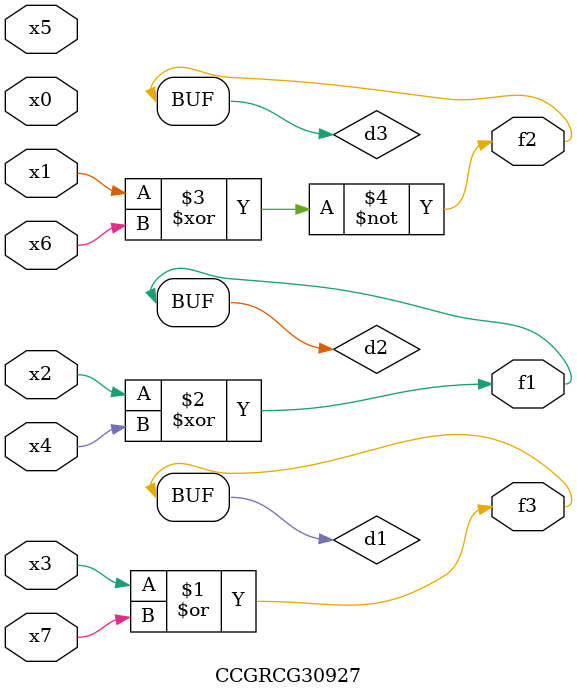
<source format=v>
module CCGRCG30927(
	input x0, x1, x2, x3, x4, x5, x6, x7,
	output f1, f2, f3
);

	wire d1, d2, d3;

	or (d1, x3, x7);
	xor (d2, x2, x4);
	xnor (d3, x1, x6);
	assign f1 = d2;
	assign f2 = d3;
	assign f3 = d1;
endmodule

</source>
